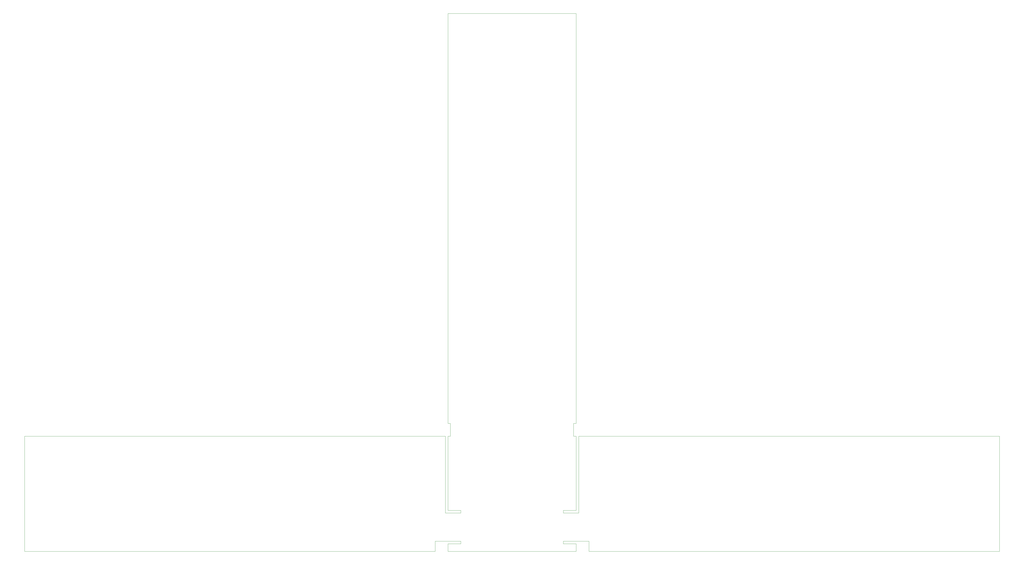
<source format=gbr>
%TF.GenerationSoftware,Altium Limited,Altium Designer,22.5.1 (42)*%
G04 Layer_Color=8388736*
%FSLAX26Y26*%
%MOIN*%
%TF.SameCoordinates,79F18A81-A5BF-4171-AD75-6FA3A7A6B408*%
%TF.FilePolarity,Positive*%
%TF.FileFunction,Other,Board*%
%TF.Part,Single*%
G01*
G75*
%TA.AperFunction,NonConductor*%
%ADD89C,0.003937*%
D89*
X7086614Y3346457D02*
X9055118D01*
X590551Y5118110D02*
X6889764D01*
X590551Y3346457D02*
X6889764Y3346457D01*
X7086614Y3976378D02*
Y5118110D01*
X590551Y3346457D02*
Y5118110D01*
X7086614Y3346457D02*
Y3385827D01*
Y3976378D02*
X7283465D01*
X7086614Y3464567D02*
X7283465D01*
X7086614Y3385827D02*
Y3464567D01*
X7283465Y3937008D02*
Y3976378D01*
Y3464567D02*
Y3503937D01*
X6889764D02*
X7283465D01*
X6889764Y3346457D02*
Y3503937D01*
X7047244Y3937008D02*
Y5118110D01*
X6889764D02*
X7047244D01*
Y3937008D02*
X7283465D01*
X8858268D02*
X9094488D01*
Y5118110D02*
X9251969D01*
X9094488Y3937008D02*
Y5118110D01*
X9251969Y3346457D02*
Y3503937D01*
X8858268D02*
X9251969D01*
X8858268Y3464567D02*
Y3503937D01*
Y3937008D02*
Y3976378D01*
X9055118Y3385827D02*
Y3464567D01*
X8858268D02*
X9055118D01*
X8858268Y3976378D02*
X9055118D01*
Y3346457D02*
Y3385827D01*
X15551181Y3346457D02*
Y5118110D01*
X9055118Y3976378D02*
Y5118110D01*
X9251969Y3346457D02*
X15551181Y3346457D01*
X9251969Y5118110D02*
X15551181D01*
X7086614Y5314961D02*
X7125984D01*
X7086614D02*
Y11614173D01*
X9055118D01*
Y5314961D02*
Y11614173D01*
X9015748Y5314961D02*
X9055118D01*
X9015748Y5118110D02*
X9055118D01*
X7086614D02*
X7125984D01*
X9015748D02*
Y5314961D01*
X7125984Y5118110D02*
Y5314961D01*
X7086614Y3346457D02*
X9055118D01*
%TF.MD5,fdbcc9b3fd8fe93ebbb4a4f91813a116*%
M02*

</source>
